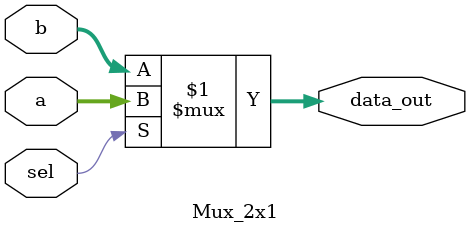
<source format=v>
`timescale 1ns / 1ps

module Mux_2x1
(
    input [63:0] a, b,
    input sel,
    output [63:0] data_out   
);

assign data_out = sel ? a : b;


endmodule // 

</source>
